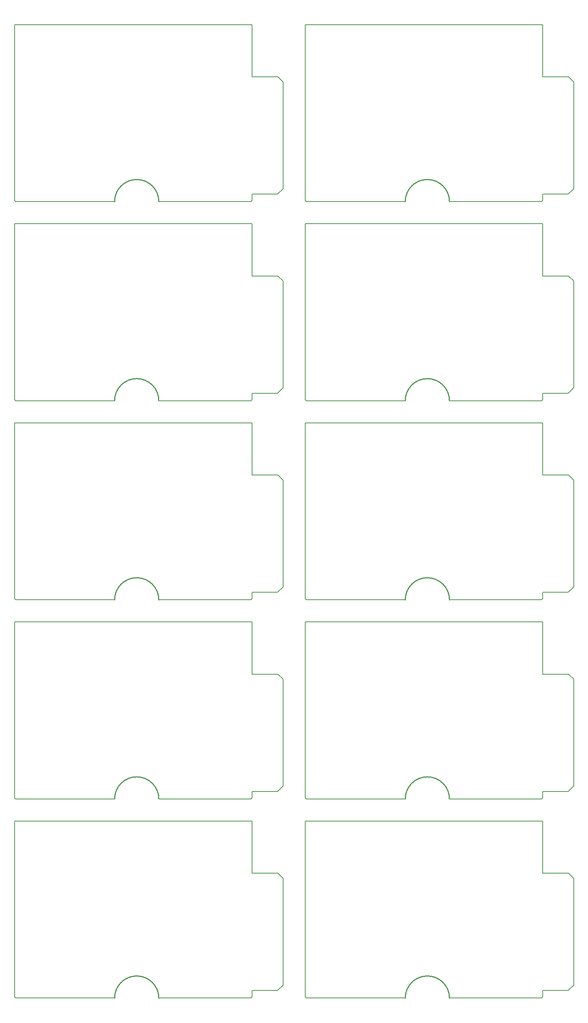
<source format=gbr>
%TF.GenerationSoftware,Altium Limited,Altium Designer,23.9.2 (47)*%
G04 Layer_Color=16711935*
%FSLAX45Y45*%
%MOMM*%
%TF.SameCoordinates,AD479AB8-1AF9-481E-9C01-A3E3F564F201*%
%TF.FilePolarity,Positive*%
%TF.FileFunction,Keep-out,Top*%
%TF.Part,CustomerPanel*%
G01*
G75*
%TA.AperFunction,NonConductor*%
%ADD48C,0.20000*%
%ADD51C,0.25400*%
D48*
X7658100Y8534400D02*
X9896600D01*
X10896600D02*
X12979401D01*
X7632700Y8559800D02*
X7658100Y8534400D01*
X13004800Y11353800D02*
Y12534900D01*
X7632700D02*
X13004800D01*
X7632700Y10909300D02*
Y12534900D01*
Y8559800D02*
Y10909300D01*
X12979401Y8534400D02*
X13004800Y8559800D01*
Y8699500D01*
X13011150Y8705850D01*
X13582651D01*
X13703300Y8826500D01*
Y11239500D01*
X13589000Y11353800D02*
X13703300Y11239500D01*
X13004800Y11353800D02*
X13589000D01*
X14228700Y8534400D02*
X16467200D01*
X17467200D02*
X19550000D01*
X14203300Y8559800D02*
X14228700Y8534400D01*
X19575400Y11353800D02*
Y12534900D01*
X14203300D02*
X19575400D01*
X14203300Y10909300D02*
Y12534900D01*
Y8559800D02*
Y10909300D01*
X19550000Y8534400D02*
X19575400Y8559800D01*
Y8699500D01*
X19581750Y8705850D01*
X20153250D01*
X20273900Y8826500D01*
Y11239500D01*
X20159599Y11353800D02*
X20273900Y11239500D01*
X19575400Y11353800D02*
X20159599D01*
X7658100Y13034900D02*
X9896600D01*
X10896600D02*
X12979401D01*
X7632700Y13060300D02*
X7658100Y13034900D01*
X13004800Y15854300D02*
Y17035400D01*
X7632700D02*
X13004800D01*
X7632700Y15409801D02*
Y17035400D01*
Y13060300D02*
Y15409801D01*
X12979401Y13034900D02*
X13004800Y13060300D01*
Y13200000D01*
X13011150Y13206351D01*
X13582651D01*
X13703300Y13327000D01*
Y15739999D01*
X13589000Y15854300D02*
X13703300Y15739999D01*
X13004800Y15854300D02*
X13589000D01*
X14228700Y13034900D02*
X16467200D01*
X17467200D02*
X19550000D01*
X14203300Y13060300D02*
X14228700Y13034900D01*
X19575400Y15854300D02*
Y17035400D01*
X14203300D02*
X19575400D01*
X14203300Y15409801D02*
Y17035400D01*
Y13060300D02*
Y15409801D01*
X19550000Y13034900D02*
X19575400Y13060300D01*
Y13200000D01*
X19581750Y13206351D01*
X20153250D01*
X20273900Y13327000D01*
Y15739999D01*
X20159599Y15854300D02*
X20273900Y15739999D01*
X19575400Y15854300D02*
X20159599D01*
X7658100Y17535400D02*
X9896600D01*
X10896600D02*
X12979401D01*
X7632700Y17560800D02*
X7658100Y17535400D01*
X13004800Y20354800D02*
Y21535899D01*
X7632700D02*
X13004800D01*
X7632700Y19910300D02*
Y21535899D01*
Y17560800D02*
Y19910300D01*
X12979401Y17535400D02*
X13004800Y17560800D01*
Y17700500D01*
X13011150Y17706850D01*
X13582651D01*
X13703300Y17827499D01*
Y20240500D01*
X13589000Y20354800D02*
X13703300Y20240500D01*
X13004800Y20354800D02*
X13589000D01*
X14228700Y17535400D02*
X16467200D01*
X17467200D02*
X19550000D01*
X14203300Y17560800D02*
X14228700Y17535400D01*
X19575400Y20354800D02*
Y21535899D01*
X14203300D02*
X19575400D01*
X14203300Y19910300D02*
Y21535899D01*
Y17560800D02*
Y19910300D01*
X19550000Y17535400D02*
X19575400Y17560800D01*
Y17700500D01*
X19581750Y17706850D01*
X20153250D01*
X20273900Y17827499D01*
Y20240500D01*
X20159599Y20354800D02*
X20273900Y20240500D01*
X19575400Y20354800D02*
X20159599D01*
X7658100Y22035899D02*
X9896600D01*
X10896600D02*
X12979401D01*
X7632700Y22061301D02*
X7658100Y22035899D01*
X13004800Y24855299D02*
Y26036401D01*
X7632700D02*
X13004800D01*
X7632700Y24410800D02*
Y26036401D01*
Y22061301D02*
Y24410800D01*
X12979401Y22035899D02*
X13004800Y22061301D01*
Y22200999D01*
X13011150Y22207350D01*
X13582651D01*
X13703300Y22328000D01*
Y24741000D01*
X13589000Y24855299D02*
X13703300Y24741000D01*
X13004800Y24855299D02*
X13589000D01*
X14228700Y22035899D02*
X16467200D01*
X17467200D02*
X19550000D01*
X14203300Y22061301D02*
X14228700Y22035899D01*
X19575400Y24855299D02*
Y26036401D01*
X14203300D02*
X19575400D01*
X14203300Y24410800D02*
Y26036401D01*
Y22061301D02*
Y24410800D01*
X19550000Y22035899D02*
X19575400Y22061301D01*
Y22200999D01*
X19581750Y22207350D01*
X20153250D01*
X20273900Y22328000D01*
Y24741000D01*
X20159599Y24855299D02*
X20273900Y24741000D01*
X19575400Y24855299D02*
X20159599D01*
X7658100Y26536401D02*
X9896600D01*
X10896600D02*
X12979401D01*
X7632700Y26561801D02*
X7658100Y26536401D01*
X13004800Y29355801D02*
Y30536899D01*
X7632700D02*
X13004800D01*
X7632700Y28911301D02*
Y30536899D01*
Y26561801D02*
Y28911301D01*
X12979401Y26536401D02*
X13004800Y26561801D01*
Y26701501D01*
X13011150Y26707849D01*
X13582651D01*
X13703300Y26828500D01*
Y29241501D01*
X13589000Y29355801D02*
X13703300Y29241501D01*
X13004800Y29355801D02*
X13589000D01*
X14228700Y26536401D02*
X16467200D01*
X17467200D02*
X19550000D01*
X14203300Y26561801D02*
X14228700Y26536401D01*
X19575400Y29355801D02*
Y30536899D01*
X14203300D02*
X19575400D01*
X14203300Y28911301D02*
Y30536899D01*
Y26561801D02*
Y28911301D01*
X19550000Y26536401D02*
X19575400Y26561801D01*
Y26701501D01*
X19581750Y26707849D01*
X20153250D01*
X20273900Y26828500D01*
Y29241501D01*
X20159599Y29355801D02*
X20273900Y29241501D01*
X19575400Y29355801D02*
X20159599D01*
D51*
X10896600Y8534400D02*
G03*
X9896600Y8534400I-500000J0D01*
G01*
X17467200D02*
G03*
X16467200Y8534400I-500000J0D01*
G01*
X10896600Y13034900D02*
G03*
X9896600Y13034900I-500000J0D01*
G01*
X17467200D02*
G03*
X16467200Y13034900I-500000J0D01*
G01*
X10896600Y17535400D02*
G03*
X9896600Y17535400I-500000J0D01*
G01*
X17467200D02*
G03*
X16467200Y17535400I-500000J0D01*
G01*
X10896600Y22035899D02*
G03*
X9896600Y22035899I-500000J0D01*
G01*
X17467200D02*
G03*
X16467200Y22035899I-500000J0D01*
G01*
X10896600Y26536401D02*
G03*
X9896600Y26536401I-500000J0D01*
G01*
X17467200D02*
G03*
X16467200Y26536401I-500000J0D01*
G01*
%TF.MD5,232cd05ec9896ca8fc6b4f5d03fc795c*%
M02*

</source>
